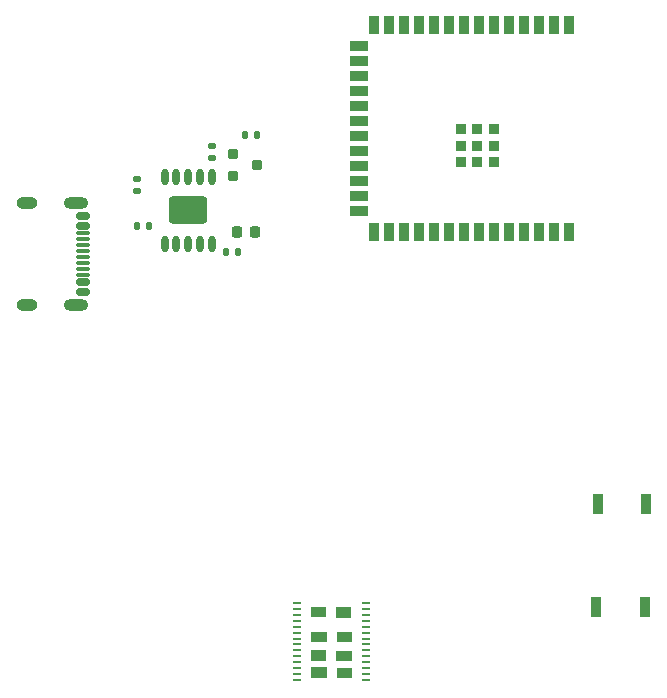
<source format=gbr>
%TF.GenerationSoftware,KiCad,Pcbnew,7.0.10*%
%TF.CreationDate,2024-03-11T15:02:14-04:00*%
%TF.ProjectId,bitaxeUltra,62697461-7865-4556-9c74-72612e6b6963,rev?*%
%TF.SameCoordinates,Original*%
%TF.FileFunction,Paste,Bot*%
%TF.FilePolarity,Positive*%
%FSLAX46Y46*%
G04 Gerber Fmt 4.6, Leading zero omitted, Abs format (unit mm)*
G04 Created by KiCad (PCBNEW 7.0.10) date 2024-03-11 15:02:14*
%MOMM*%
%LPD*%
G01*
G04 APERTURE LIST*
G04 Aperture macros list*
%AMRoundRect*
0 Rectangle with rounded corners*
0 $1 Rounding radius*
0 $2 $3 $4 $5 $6 $7 $8 $9 X,Y pos of 4 corners*
0 Add a 4 corners polygon primitive as box body*
4,1,4,$2,$3,$4,$5,$6,$7,$8,$9,$2,$3,0*
0 Add four circle primitives for the rounded corners*
1,1,$1+$1,$2,$3*
1,1,$1+$1,$4,$5*
1,1,$1+$1,$6,$7*
1,1,$1+$1,$8,$9*
0 Add four rect primitives between the rounded corners*
20,1,$1+$1,$2,$3,$4,$5,0*
20,1,$1+$1,$4,$5,$6,$7,0*
20,1,$1+$1,$6,$7,$8,$9,0*
20,1,$1+$1,$8,$9,$2,$3,0*%
G04 Aperture macros list end*
%ADD10C,0.001000*%
%ADD11RoundRect,0.135000X0.135000X0.185000X-0.135000X0.185000X-0.135000X-0.185000X0.135000X-0.185000X0*%
%ADD12RoundRect,0.150000X0.425000X-0.150000X0.425000X0.150000X-0.425000X0.150000X-0.425000X-0.150000X0*%
%ADD13RoundRect,0.075000X0.500000X-0.075000X0.500000X0.075000X-0.500000X0.075000X-0.500000X-0.075000X0*%
%ADD14O,1.800000X1.000000*%
%ADD15O,2.100000X1.000000*%
%ADD16R,0.900000X1.500000*%
%ADD17R,1.500000X0.900000*%
%ADD18R,0.900000X0.900000*%
%ADD19RoundRect,0.135000X-0.185000X0.135000X-0.185000X-0.135000X0.185000X-0.135000X0.185000X0.135000X0*%
%ADD20O,0.600000X1.400000*%
%ADD21RoundRect,0.230000X1.370000X-0.920000X1.370000X0.920000X-1.370000X0.920000X-1.370000X-0.920000X0*%
%ADD22R,0.792000X0.221000*%
%ADD23R,0.900000X1.800000*%
%ADD24RoundRect,0.200000X-0.250000X-0.200000X0.250000X-0.200000X0.250000X0.200000X-0.250000X0.200000X0*%
%ADD25RoundRect,0.225000X-0.225000X-0.250000X0.225000X-0.250000X0.225000X0.250000X-0.225000X0.250000X0*%
%ADD26RoundRect,0.135000X0.185000X-0.135000X0.185000X0.135000X-0.185000X0.135000X-0.185000X-0.135000X0*%
G04 APERTURE END LIST*
D10*
%TO.C,U14*%
X107242000Y-118273000D02*
X106042000Y-118273000D01*
X106042000Y-118273000D02*
X106042000Y-119063000D01*
X106042000Y-119063000D02*
X107242000Y-119063000D01*
X107242000Y-119063000D02*
X107242000Y-118273000D01*
G36*
X107242000Y-118273000D02*
G01*
X106042000Y-118273000D01*
X106042000Y-119063000D01*
X107242000Y-119063000D01*
X107242000Y-118273000D01*
G37*
X107242000Y-115243000D02*
X106042000Y-115243000D01*
X106042000Y-115243000D02*
X106042000Y-116033000D01*
X106042000Y-116033000D02*
X107242000Y-116033000D01*
X107242000Y-116033000D02*
X107242000Y-115243000D01*
G36*
X107242000Y-115243000D02*
G01*
X106042000Y-115243000D01*
X106042000Y-116033000D01*
X107242000Y-116033000D01*
X107242000Y-115243000D01*
G37*
X107222000Y-116833000D02*
X106022000Y-116833000D01*
X106022000Y-116833000D02*
X106022000Y-117623000D01*
X106022000Y-117623000D02*
X107222000Y-117623000D01*
X107222000Y-117623000D02*
X107222000Y-116833000D01*
G36*
X107222000Y-116833000D02*
G01*
X106022000Y-116833000D01*
X106022000Y-117623000D01*
X107222000Y-117623000D01*
X107222000Y-116833000D01*
G37*
X107192000Y-113163000D02*
X105992000Y-113163000D01*
X105992000Y-113163000D02*
X105992000Y-113953000D01*
X105992000Y-113953000D02*
X107192000Y-113953000D01*
X107192000Y-113953000D02*
X107192000Y-113163000D01*
G36*
X107192000Y-113163000D02*
G01*
X105992000Y-113163000D01*
X105992000Y-113953000D01*
X107192000Y-113953000D01*
X107192000Y-113163000D01*
G37*
X105112000Y-118268000D02*
X103912000Y-118268000D01*
X103912000Y-118268000D02*
X103912000Y-119058000D01*
X103912000Y-119058000D02*
X105112000Y-119058000D01*
X105112000Y-119058000D02*
X105112000Y-118268000D01*
G36*
X105112000Y-118268000D02*
G01*
X103912000Y-118268000D01*
X103912000Y-119058000D01*
X105112000Y-119058000D01*
X105112000Y-118268000D01*
G37*
X105112000Y-115238000D02*
X103912000Y-115238000D01*
X103912000Y-115238000D02*
X103912000Y-116028000D01*
X103912000Y-116028000D02*
X105112000Y-116028000D01*
X105112000Y-116028000D02*
X105112000Y-115238000D01*
G36*
X105112000Y-115238000D02*
G01*
X103912000Y-115238000D01*
X103912000Y-116028000D01*
X105112000Y-116028000D01*
X105112000Y-115238000D01*
G37*
X105092000Y-116828000D02*
X103892000Y-116828000D01*
X103892000Y-116828000D02*
X103892000Y-117618000D01*
X103892000Y-117618000D02*
X105092000Y-117618000D01*
X105092000Y-117618000D02*
X105092000Y-116828000D01*
G36*
X105092000Y-116828000D02*
G01*
X103892000Y-116828000D01*
X103892000Y-117618000D01*
X105092000Y-117618000D01*
X105092000Y-116828000D01*
G37*
X105062000Y-113158000D02*
X103862000Y-113158000D01*
X103862000Y-113158000D02*
X103862000Y-113948000D01*
X103862000Y-113948000D02*
X105062000Y-113948000D01*
X105062000Y-113948000D02*
X105062000Y-113158000D01*
G36*
X105062000Y-113158000D02*
G01*
X103862000Y-113158000D01*
X103862000Y-113948000D01*
X105062000Y-113948000D01*
X105062000Y-113158000D01*
G37*
%TD*%
D11*
%TO.C,R18*%
X99282000Y-73200000D03*
X98262000Y-73200000D03*
%TD*%
%TO.C,R5*%
X90182000Y-80900000D03*
X89162000Y-80900000D03*
%TD*%
D12*
%TO.C,J8*%
X84545000Y-86460000D03*
X84545000Y-85660000D03*
D13*
X84545000Y-84510000D03*
X84545000Y-83510000D03*
X84545000Y-83010000D03*
X84545000Y-82010000D03*
D12*
X84545000Y-80060000D03*
X84545000Y-80860000D03*
D13*
X84545000Y-81510000D03*
X84545000Y-82510000D03*
X84545000Y-84010000D03*
X84545000Y-85010000D03*
D14*
X79790000Y-87580000D03*
D15*
X83970000Y-87580000D03*
D14*
X79790000Y-78940000D03*
D15*
X83970000Y-78940000D03*
%TD*%
D16*
%TO.C,U12*%
X125690000Y-81360000D03*
X124420000Y-81360000D03*
X123150000Y-81360000D03*
X121880000Y-81360000D03*
X120610000Y-81360000D03*
X119340000Y-81360000D03*
X118070000Y-81360000D03*
X116800000Y-81360000D03*
X115530000Y-81360000D03*
X114260000Y-81360000D03*
X112990000Y-81360000D03*
X111720000Y-81360000D03*
X110450000Y-81360000D03*
X109180000Y-81360000D03*
D17*
X107930000Y-79595000D03*
X107930000Y-78325000D03*
X107930000Y-77055000D03*
X107930000Y-75785000D03*
X107930000Y-74515000D03*
X107930000Y-73245000D03*
X107930000Y-71975000D03*
X107930000Y-70705000D03*
X107930000Y-69435000D03*
X107930000Y-68165000D03*
X107930000Y-66895000D03*
X107930000Y-65625000D03*
D16*
X109180000Y-63860000D03*
X110450000Y-63860000D03*
X111720000Y-63860000D03*
X112990000Y-63860000D03*
X114260000Y-63860000D03*
X115530000Y-63860000D03*
X116800000Y-63860000D03*
X118070000Y-63860000D03*
X119340000Y-63860000D03*
X120610000Y-63860000D03*
X121880000Y-63860000D03*
X123150000Y-63860000D03*
X124420000Y-63860000D03*
X125690000Y-63860000D03*
D18*
X116570000Y-75510000D03*
X117970000Y-75510000D03*
X119370000Y-75510000D03*
X116570000Y-74110000D03*
X117970000Y-74110000D03*
X119370000Y-74110000D03*
X116570000Y-72710000D03*
X117970000Y-72710000D03*
X119370000Y-72710000D03*
%TD*%
D19*
%TO.C,R11*%
X95472000Y-74090000D03*
X95472000Y-75110000D03*
%TD*%
D20*
%TO.C,U4*%
X95472000Y-82400000D03*
X94472000Y-82400000D03*
X93472000Y-82400000D03*
X92472000Y-82400000D03*
X91472000Y-82400000D03*
X91472000Y-76700000D03*
X92472000Y-76700000D03*
X93472000Y-76700000D03*
X94472000Y-76700000D03*
X95472000Y-76700000D03*
D21*
X93472000Y-79550000D03*
%TD*%
D22*
%TO.C,U14*%
X108528000Y-112805000D03*
X108528000Y-113307000D03*
X108528000Y-113809000D03*
X108528000Y-114311000D03*
X108528000Y-114813000D03*
X108528000Y-115315000D03*
X108528000Y-115817000D03*
X108528000Y-116319000D03*
X108528000Y-116821000D03*
X108528000Y-117323000D03*
X108528000Y-117825000D03*
X108528000Y-118327000D03*
X108528000Y-118829000D03*
X108528000Y-119331000D03*
X102696000Y-119318000D03*
X102696000Y-118818000D03*
X102696000Y-118318000D03*
X102696000Y-117818000D03*
X102696000Y-117318000D03*
X102696000Y-116821000D03*
X102696000Y-116318000D03*
X102696000Y-115817000D03*
X102696000Y-115315000D03*
X102696000Y-114813000D03*
X102696000Y-114311000D03*
X102696000Y-113818000D03*
X102696000Y-113307000D03*
X102696000Y-112818000D03*
%TD*%
D11*
%TO.C,R17*%
X97690400Y-83058000D03*
X96670400Y-83058000D03*
%TD*%
D23*
%TO.C,SW1*%
X132246000Y-104448000D03*
X128136000Y-104448000D03*
%TD*%
D24*
%TO.C,Q1*%
X97272000Y-76650000D03*
X97272000Y-74750000D03*
X99272000Y-75700000D03*
%TD*%
D25*
%TO.C,C26*%
X97597000Y-81400000D03*
X99147000Y-81400000D03*
%TD*%
D23*
%TO.C,SW2*%
X132142000Y-113155000D03*
X128032000Y-113155000D03*
%TD*%
D26*
%TO.C,R3*%
X89172000Y-77920000D03*
X89172000Y-76900000D03*
%TD*%
M02*

</source>
